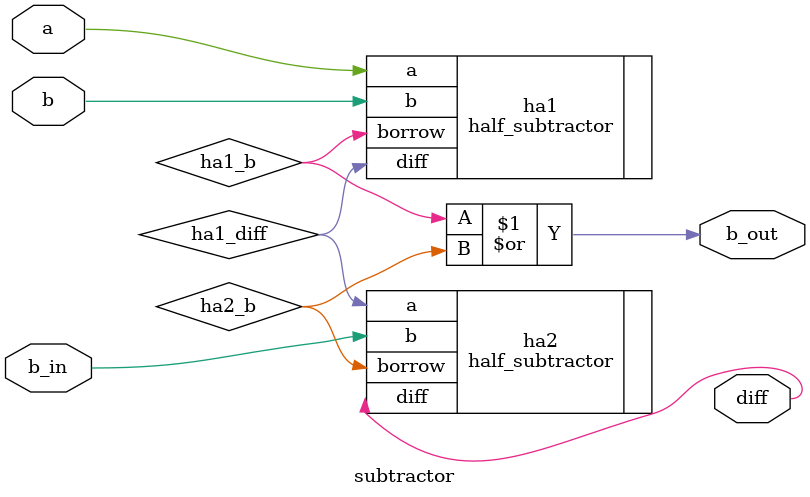
<source format=v>
module subtractor(
    input a, b, b_in,
    output diff, b_out
);

wire ha1_diff, ha1_b, ha2_b;

// First half subtractor
half_subtractor ha1(
    .a(a),
    .b(b),
    .diff(ha1_diff),
    .borrow(ha1_b)
);

// Second half subtractor
half_subtractor ha2(
    .a(ha1_diff),
    .b(b_in),
    .diff(diff),
    .borrow(ha2_b)
);

// OR gate to calculate final borrow out
assign b_out = ha1_b | ha2_b;

endmodule

</source>
